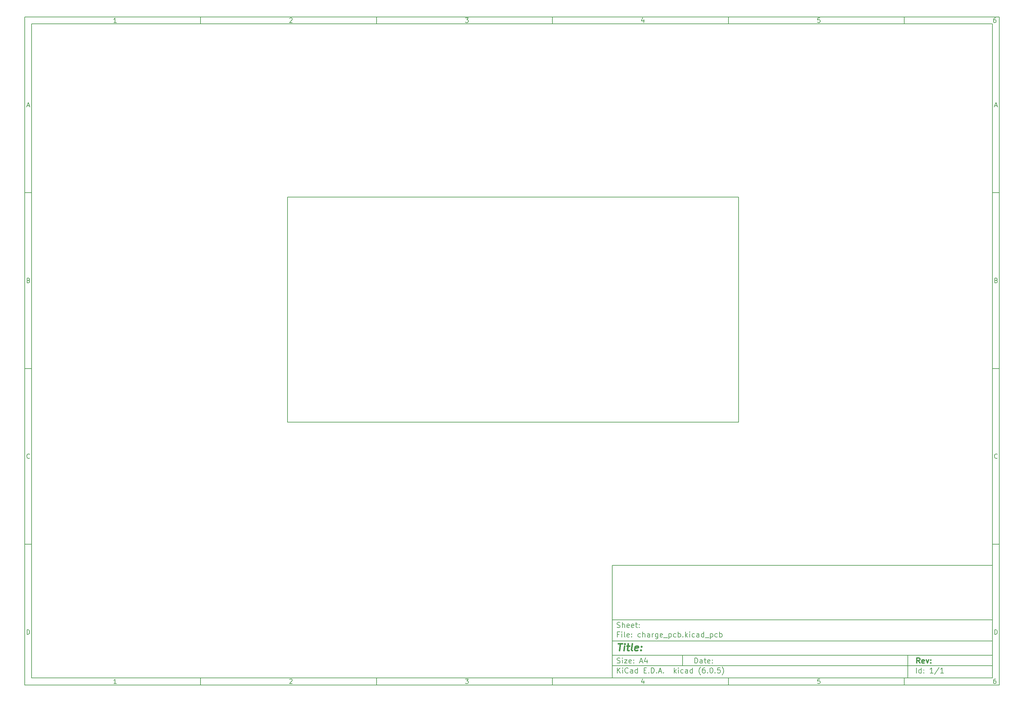
<source format=gm1>
G04 #@! TF.GenerationSoftware,KiCad,Pcbnew,(6.0.5)*
G04 #@! TF.CreationDate,2024-02-08T20:36:08+01:00*
G04 #@! TF.ProjectId,charge_pcb,63686172-6765-45f7-9063-622e6b696361,rev?*
G04 #@! TF.SameCoordinates,Original*
G04 #@! TF.FileFunction,Profile,NP*
%FSLAX46Y46*%
G04 Gerber Fmt 4.6, Leading zero omitted, Abs format (unit mm)*
G04 Created by KiCad (PCBNEW (6.0.5)) date 2024-02-08 20:36:08*
%MOMM*%
%LPD*%
G01*
G04 APERTURE LIST*
%ADD10C,0.100000*%
%ADD11C,0.150000*%
%ADD12C,0.300000*%
%ADD13C,0.400000*%
G04 #@! TA.AperFunction,Profile*
%ADD14C,0.150000*%
G04 #@! TD*
G04 APERTURE END LIST*
D10*
D11*
X177002200Y-166007200D02*
X177002200Y-198007200D01*
X285002200Y-198007200D01*
X285002200Y-166007200D01*
X177002200Y-166007200D01*
D10*
D11*
X10000000Y-10000000D02*
X10000000Y-200007200D01*
X287002200Y-200007200D01*
X287002200Y-10000000D01*
X10000000Y-10000000D01*
D10*
D11*
X12000000Y-12000000D02*
X12000000Y-198007200D01*
X285002200Y-198007200D01*
X285002200Y-12000000D01*
X12000000Y-12000000D01*
D10*
D11*
X60000000Y-12000000D02*
X60000000Y-10000000D01*
D10*
D11*
X110000000Y-12000000D02*
X110000000Y-10000000D01*
D10*
D11*
X160000000Y-12000000D02*
X160000000Y-10000000D01*
D10*
D11*
X210000000Y-12000000D02*
X210000000Y-10000000D01*
D10*
D11*
X260000000Y-12000000D02*
X260000000Y-10000000D01*
D10*
D11*
X36065476Y-11588095D02*
X35322619Y-11588095D01*
X35694047Y-11588095D02*
X35694047Y-10288095D01*
X35570238Y-10473809D01*
X35446428Y-10597619D01*
X35322619Y-10659523D01*
D10*
D11*
X85322619Y-10411904D02*
X85384523Y-10350000D01*
X85508333Y-10288095D01*
X85817857Y-10288095D01*
X85941666Y-10350000D01*
X86003571Y-10411904D01*
X86065476Y-10535714D01*
X86065476Y-10659523D01*
X86003571Y-10845238D01*
X85260714Y-11588095D01*
X86065476Y-11588095D01*
D10*
D11*
X135260714Y-10288095D02*
X136065476Y-10288095D01*
X135632142Y-10783333D01*
X135817857Y-10783333D01*
X135941666Y-10845238D01*
X136003571Y-10907142D01*
X136065476Y-11030952D01*
X136065476Y-11340476D01*
X136003571Y-11464285D01*
X135941666Y-11526190D01*
X135817857Y-11588095D01*
X135446428Y-11588095D01*
X135322619Y-11526190D01*
X135260714Y-11464285D01*
D10*
D11*
X185941666Y-10721428D02*
X185941666Y-11588095D01*
X185632142Y-10226190D02*
X185322619Y-11154761D01*
X186127380Y-11154761D01*
D10*
D11*
X236003571Y-10288095D02*
X235384523Y-10288095D01*
X235322619Y-10907142D01*
X235384523Y-10845238D01*
X235508333Y-10783333D01*
X235817857Y-10783333D01*
X235941666Y-10845238D01*
X236003571Y-10907142D01*
X236065476Y-11030952D01*
X236065476Y-11340476D01*
X236003571Y-11464285D01*
X235941666Y-11526190D01*
X235817857Y-11588095D01*
X235508333Y-11588095D01*
X235384523Y-11526190D01*
X235322619Y-11464285D01*
D10*
D11*
X285941666Y-10288095D02*
X285694047Y-10288095D01*
X285570238Y-10350000D01*
X285508333Y-10411904D01*
X285384523Y-10597619D01*
X285322619Y-10845238D01*
X285322619Y-11340476D01*
X285384523Y-11464285D01*
X285446428Y-11526190D01*
X285570238Y-11588095D01*
X285817857Y-11588095D01*
X285941666Y-11526190D01*
X286003571Y-11464285D01*
X286065476Y-11340476D01*
X286065476Y-11030952D01*
X286003571Y-10907142D01*
X285941666Y-10845238D01*
X285817857Y-10783333D01*
X285570238Y-10783333D01*
X285446428Y-10845238D01*
X285384523Y-10907142D01*
X285322619Y-11030952D01*
D10*
D11*
X60000000Y-198007200D02*
X60000000Y-200007200D01*
D10*
D11*
X110000000Y-198007200D02*
X110000000Y-200007200D01*
D10*
D11*
X160000000Y-198007200D02*
X160000000Y-200007200D01*
D10*
D11*
X210000000Y-198007200D02*
X210000000Y-200007200D01*
D10*
D11*
X260000000Y-198007200D02*
X260000000Y-200007200D01*
D10*
D11*
X36065476Y-199595295D02*
X35322619Y-199595295D01*
X35694047Y-199595295D02*
X35694047Y-198295295D01*
X35570238Y-198481009D01*
X35446428Y-198604819D01*
X35322619Y-198666723D01*
D10*
D11*
X85322619Y-198419104D02*
X85384523Y-198357200D01*
X85508333Y-198295295D01*
X85817857Y-198295295D01*
X85941666Y-198357200D01*
X86003571Y-198419104D01*
X86065476Y-198542914D01*
X86065476Y-198666723D01*
X86003571Y-198852438D01*
X85260714Y-199595295D01*
X86065476Y-199595295D01*
D10*
D11*
X135260714Y-198295295D02*
X136065476Y-198295295D01*
X135632142Y-198790533D01*
X135817857Y-198790533D01*
X135941666Y-198852438D01*
X136003571Y-198914342D01*
X136065476Y-199038152D01*
X136065476Y-199347676D01*
X136003571Y-199471485D01*
X135941666Y-199533390D01*
X135817857Y-199595295D01*
X135446428Y-199595295D01*
X135322619Y-199533390D01*
X135260714Y-199471485D01*
D10*
D11*
X185941666Y-198728628D02*
X185941666Y-199595295D01*
X185632142Y-198233390D02*
X185322619Y-199161961D01*
X186127380Y-199161961D01*
D10*
D11*
X236003571Y-198295295D02*
X235384523Y-198295295D01*
X235322619Y-198914342D01*
X235384523Y-198852438D01*
X235508333Y-198790533D01*
X235817857Y-198790533D01*
X235941666Y-198852438D01*
X236003571Y-198914342D01*
X236065476Y-199038152D01*
X236065476Y-199347676D01*
X236003571Y-199471485D01*
X235941666Y-199533390D01*
X235817857Y-199595295D01*
X235508333Y-199595295D01*
X235384523Y-199533390D01*
X235322619Y-199471485D01*
D10*
D11*
X285941666Y-198295295D02*
X285694047Y-198295295D01*
X285570238Y-198357200D01*
X285508333Y-198419104D01*
X285384523Y-198604819D01*
X285322619Y-198852438D01*
X285322619Y-199347676D01*
X285384523Y-199471485D01*
X285446428Y-199533390D01*
X285570238Y-199595295D01*
X285817857Y-199595295D01*
X285941666Y-199533390D01*
X286003571Y-199471485D01*
X286065476Y-199347676D01*
X286065476Y-199038152D01*
X286003571Y-198914342D01*
X285941666Y-198852438D01*
X285817857Y-198790533D01*
X285570238Y-198790533D01*
X285446428Y-198852438D01*
X285384523Y-198914342D01*
X285322619Y-199038152D01*
D10*
D11*
X10000000Y-60000000D02*
X12000000Y-60000000D01*
D10*
D11*
X10000000Y-110000000D02*
X12000000Y-110000000D01*
D10*
D11*
X10000000Y-160000000D02*
X12000000Y-160000000D01*
D10*
D11*
X10690476Y-35216666D02*
X11309523Y-35216666D01*
X10566666Y-35588095D02*
X11000000Y-34288095D01*
X11433333Y-35588095D01*
D10*
D11*
X11092857Y-84907142D02*
X11278571Y-84969047D01*
X11340476Y-85030952D01*
X11402380Y-85154761D01*
X11402380Y-85340476D01*
X11340476Y-85464285D01*
X11278571Y-85526190D01*
X11154761Y-85588095D01*
X10659523Y-85588095D01*
X10659523Y-84288095D01*
X11092857Y-84288095D01*
X11216666Y-84350000D01*
X11278571Y-84411904D01*
X11340476Y-84535714D01*
X11340476Y-84659523D01*
X11278571Y-84783333D01*
X11216666Y-84845238D01*
X11092857Y-84907142D01*
X10659523Y-84907142D01*
D10*
D11*
X11402380Y-135464285D02*
X11340476Y-135526190D01*
X11154761Y-135588095D01*
X11030952Y-135588095D01*
X10845238Y-135526190D01*
X10721428Y-135402380D01*
X10659523Y-135278571D01*
X10597619Y-135030952D01*
X10597619Y-134845238D01*
X10659523Y-134597619D01*
X10721428Y-134473809D01*
X10845238Y-134350000D01*
X11030952Y-134288095D01*
X11154761Y-134288095D01*
X11340476Y-134350000D01*
X11402380Y-134411904D01*
D10*
D11*
X10659523Y-185588095D02*
X10659523Y-184288095D01*
X10969047Y-184288095D01*
X11154761Y-184350000D01*
X11278571Y-184473809D01*
X11340476Y-184597619D01*
X11402380Y-184845238D01*
X11402380Y-185030952D01*
X11340476Y-185278571D01*
X11278571Y-185402380D01*
X11154761Y-185526190D01*
X10969047Y-185588095D01*
X10659523Y-185588095D01*
D10*
D11*
X287002200Y-60000000D02*
X285002200Y-60000000D01*
D10*
D11*
X287002200Y-110000000D02*
X285002200Y-110000000D01*
D10*
D11*
X287002200Y-160000000D02*
X285002200Y-160000000D01*
D10*
D11*
X285692676Y-35216666D02*
X286311723Y-35216666D01*
X285568866Y-35588095D02*
X286002200Y-34288095D01*
X286435533Y-35588095D01*
D10*
D11*
X286095057Y-84907142D02*
X286280771Y-84969047D01*
X286342676Y-85030952D01*
X286404580Y-85154761D01*
X286404580Y-85340476D01*
X286342676Y-85464285D01*
X286280771Y-85526190D01*
X286156961Y-85588095D01*
X285661723Y-85588095D01*
X285661723Y-84288095D01*
X286095057Y-84288095D01*
X286218866Y-84350000D01*
X286280771Y-84411904D01*
X286342676Y-84535714D01*
X286342676Y-84659523D01*
X286280771Y-84783333D01*
X286218866Y-84845238D01*
X286095057Y-84907142D01*
X285661723Y-84907142D01*
D10*
D11*
X286404580Y-135464285D02*
X286342676Y-135526190D01*
X286156961Y-135588095D01*
X286033152Y-135588095D01*
X285847438Y-135526190D01*
X285723628Y-135402380D01*
X285661723Y-135278571D01*
X285599819Y-135030952D01*
X285599819Y-134845238D01*
X285661723Y-134597619D01*
X285723628Y-134473809D01*
X285847438Y-134350000D01*
X286033152Y-134288095D01*
X286156961Y-134288095D01*
X286342676Y-134350000D01*
X286404580Y-134411904D01*
D10*
D11*
X285661723Y-185588095D02*
X285661723Y-184288095D01*
X285971247Y-184288095D01*
X286156961Y-184350000D01*
X286280771Y-184473809D01*
X286342676Y-184597619D01*
X286404580Y-184845238D01*
X286404580Y-185030952D01*
X286342676Y-185278571D01*
X286280771Y-185402380D01*
X286156961Y-185526190D01*
X285971247Y-185588095D01*
X285661723Y-185588095D01*
D10*
D11*
X200434342Y-193785771D02*
X200434342Y-192285771D01*
X200791485Y-192285771D01*
X201005771Y-192357200D01*
X201148628Y-192500057D01*
X201220057Y-192642914D01*
X201291485Y-192928628D01*
X201291485Y-193142914D01*
X201220057Y-193428628D01*
X201148628Y-193571485D01*
X201005771Y-193714342D01*
X200791485Y-193785771D01*
X200434342Y-193785771D01*
X202577200Y-193785771D02*
X202577200Y-193000057D01*
X202505771Y-192857200D01*
X202362914Y-192785771D01*
X202077200Y-192785771D01*
X201934342Y-192857200D01*
X202577200Y-193714342D02*
X202434342Y-193785771D01*
X202077200Y-193785771D01*
X201934342Y-193714342D01*
X201862914Y-193571485D01*
X201862914Y-193428628D01*
X201934342Y-193285771D01*
X202077200Y-193214342D01*
X202434342Y-193214342D01*
X202577200Y-193142914D01*
X203077200Y-192785771D02*
X203648628Y-192785771D01*
X203291485Y-192285771D02*
X203291485Y-193571485D01*
X203362914Y-193714342D01*
X203505771Y-193785771D01*
X203648628Y-193785771D01*
X204720057Y-193714342D02*
X204577200Y-193785771D01*
X204291485Y-193785771D01*
X204148628Y-193714342D01*
X204077200Y-193571485D01*
X204077200Y-193000057D01*
X204148628Y-192857200D01*
X204291485Y-192785771D01*
X204577200Y-192785771D01*
X204720057Y-192857200D01*
X204791485Y-193000057D01*
X204791485Y-193142914D01*
X204077200Y-193285771D01*
X205434342Y-193642914D02*
X205505771Y-193714342D01*
X205434342Y-193785771D01*
X205362914Y-193714342D01*
X205434342Y-193642914D01*
X205434342Y-193785771D01*
X205434342Y-192857200D02*
X205505771Y-192928628D01*
X205434342Y-193000057D01*
X205362914Y-192928628D01*
X205434342Y-192857200D01*
X205434342Y-193000057D01*
D10*
D11*
X177002200Y-194507200D02*
X285002200Y-194507200D01*
D10*
D11*
X178434342Y-196585771D02*
X178434342Y-195085771D01*
X179291485Y-196585771D02*
X178648628Y-195728628D01*
X179291485Y-195085771D02*
X178434342Y-195942914D01*
X179934342Y-196585771D02*
X179934342Y-195585771D01*
X179934342Y-195085771D02*
X179862914Y-195157200D01*
X179934342Y-195228628D01*
X180005771Y-195157200D01*
X179934342Y-195085771D01*
X179934342Y-195228628D01*
X181505771Y-196442914D02*
X181434342Y-196514342D01*
X181220057Y-196585771D01*
X181077200Y-196585771D01*
X180862914Y-196514342D01*
X180720057Y-196371485D01*
X180648628Y-196228628D01*
X180577200Y-195942914D01*
X180577200Y-195728628D01*
X180648628Y-195442914D01*
X180720057Y-195300057D01*
X180862914Y-195157200D01*
X181077200Y-195085771D01*
X181220057Y-195085771D01*
X181434342Y-195157200D01*
X181505771Y-195228628D01*
X182791485Y-196585771D02*
X182791485Y-195800057D01*
X182720057Y-195657200D01*
X182577200Y-195585771D01*
X182291485Y-195585771D01*
X182148628Y-195657200D01*
X182791485Y-196514342D02*
X182648628Y-196585771D01*
X182291485Y-196585771D01*
X182148628Y-196514342D01*
X182077200Y-196371485D01*
X182077200Y-196228628D01*
X182148628Y-196085771D01*
X182291485Y-196014342D01*
X182648628Y-196014342D01*
X182791485Y-195942914D01*
X184148628Y-196585771D02*
X184148628Y-195085771D01*
X184148628Y-196514342D02*
X184005771Y-196585771D01*
X183720057Y-196585771D01*
X183577200Y-196514342D01*
X183505771Y-196442914D01*
X183434342Y-196300057D01*
X183434342Y-195871485D01*
X183505771Y-195728628D01*
X183577200Y-195657200D01*
X183720057Y-195585771D01*
X184005771Y-195585771D01*
X184148628Y-195657200D01*
X186005771Y-195800057D02*
X186505771Y-195800057D01*
X186720057Y-196585771D02*
X186005771Y-196585771D01*
X186005771Y-195085771D01*
X186720057Y-195085771D01*
X187362914Y-196442914D02*
X187434342Y-196514342D01*
X187362914Y-196585771D01*
X187291485Y-196514342D01*
X187362914Y-196442914D01*
X187362914Y-196585771D01*
X188077200Y-196585771D02*
X188077200Y-195085771D01*
X188434342Y-195085771D01*
X188648628Y-195157200D01*
X188791485Y-195300057D01*
X188862914Y-195442914D01*
X188934342Y-195728628D01*
X188934342Y-195942914D01*
X188862914Y-196228628D01*
X188791485Y-196371485D01*
X188648628Y-196514342D01*
X188434342Y-196585771D01*
X188077200Y-196585771D01*
X189577200Y-196442914D02*
X189648628Y-196514342D01*
X189577200Y-196585771D01*
X189505771Y-196514342D01*
X189577200Y-196442914D01*
X189577200Y-196585771D01*
X190220057Y-196157200D02*
X190934342Y-196157200D01*
X190077200Y-196585771D02*
X190577200Y-195085771D01*
X191077200Y-196585771D01*
X191577200Y-196442914D02*
X191648628Y-196514342D01*
X191577200Y-196585771D01*
X191505771Y-196514342D01*
X191577200Y-196442914D01*
X191577200Y-196585771D01*
X194577200Y-196585771D02*
X194577200Y-195085771D01*
X194720057Y-196014342D02*
X195148628Y-196585771D01*
X195148628Y-195585771D02*
X194577200Y-196157200D01*
X195791485Y-196585771D02*
X195791485Y-195585771D01*
X195791485Y-195085771D02*
X195720057Y-195157200D01*
X195791485Y-195228628D01*
X195862914Y-195157200D01*
X195791485Y-195085771D01*
X195791485Y-195228628D01*
X197148628Y-196514342D02*
X197005771Y-196585771D01*
X196720057Y-196585771D01*
X196577200Y-196514342D01*
X196505771Y-196442914D01*
X196434342Y-196300057D01*
X196434342Y-195871485D01*
X196505771Y-195728628D01*
X196577200Y-195657200D01*
X196720057Y-195585771D01*
X197005771Y-195585771D01*
X197148628Y-195657200D01*
X198434342Y-196585771D02*
X198434342Y-195800057D01*
X198362914Y-195657200D01*
X198220057Y-195585771D01*
X197934342Y-195585771D01*
X197791485Y-195657200D01*
X198434342Y-196514342D02*
X198291485Y-196585771D01*
X197934342Y-196585771D01*
X197791485Y-196514342D01*
X197720057Y-196371485D01*
X197720057Y-196228628D01*
X197791485Y-196085771D01*
X197934342Y-196014342D01*
X198291485Y-196014342D01*
X198434342Y-195942914D01*
X199791485Y-196585771D02*
X199791485Y-195085771D01*
X199791485Y-196514342D02*
X199648628Y-196585771D01*
X199362914Y-196585771D01*
X199220057Y-196514342D01*
X199148628Y-196442914D01*
X199077200Y-196300057D01*
X199077200Y-195871485D01*
X199148628Y-195728628D01*
X199220057Y-195657200D01*
X199362914Y-195585771D01*
X199648628Y-195585771D01*
X199791485Y-195657200D01*
X202077200Y-197157200D02*
X202005771Y-197085771D01*
X201862914Y-196871485D01*
X201791485Y-196728628D01*
X201720057Y-196514342D01*
X201648628Y-196157200D01*
X201648628Y-195871485D01*
X201720057Y-195514342D01*
X201791485Y-195300057D01*
X201862914Y-195157200D01*
X202005771Y-194942914D01*
X202077200Y-194871485D01*
X203291485Y-195085771D02*
X203005771Y-195085771D01*
X202862914Y-195157200D01*
X202791485Y-195228628D01*
X202648628Y-195442914D01*
X202577200Y-195728628D01*
X202577200Y-196300057D01*
X202648628Y-196442914D01*
X202720057Y-196514342D01*
X202862914Y-196585771D01*
X203148628Y-196585771D01*
X203291485Y-196514342D01*
X203362914Y-196442914D01*
X203434342Y-196300057D01*
X203434342Y-195942914D01*
X203362914Y-195800057D01*
X203291485Y-195728628D01*
X203148628Y-195657200D01*
X202862914Y-195657200D01*
X202720057Y-195728628D01*
X202648628Y-195800057D01*
X202577200Y-195942914D01*
X204077200Y-196442914D02*
X204148628Y-196514342D01*
X204077200Y-196585771D01*
X204005771Y-196514342D01*
X204077200Y-196442914D01*
X204077200Y-196585771D01*
X205077200Y-195085771D02*
X205220057Y-195085771D01*
X205362914Y-195157200D01*
X205434342Y-195228628D01*
X205505771Y-195371485D01*
X205577200Y-195657200D01*
X205577200Y-196014342D01*
X205505771Y-196300057D01*
X205434342Y-196442914D01*
X205362914Y-196514342D01*
X205220057Y-196585771D01*
X205077200Y-196585771D01*
X204934342Y-196514342D01*
X204862914Y-196442914D01*
X204791485Y-196300057D01*
X204720057Y-196014342D01*
X204720057Y-195657200D01*
X204791485Y-195371485D01*
X204862914Y-195228628D01*
X204934342Y-195157200D01*
X205077200Y-195085771D01*
X206220057Y-196442914D02*
X206291485Y-196514342D01*
X206220057Y-196585771D01*
X206148628Y-196514342D01*
X206220057Y-196442914D01*
X206220057Y-196585771D01*
X207648628Y-195085771D02*
X206934342Y-195085771D01*
X206862914Y-195800057D01*
X206934342Y-195728628D01*
X207077200Y-195657200D01*
X207434342Y-195657200D01*
X207577200Y-195728628D01*
X207648628Y-195800057D01*
X207720057Y-195942914D01*
X207720057Y-196300057D01*
X207648628Y-196442914D01*
X207577200Y-196514342D01*
X207434342Y-196585771D01*
X207077200Y-196585771D01*
X206934342Y-196514342D01*
X206862914Y-196442914D01*
X208220057Y-197157200D02*
X208291485Y-197085771D01*
X208434342Y-196871485D01*
X208505771Y-196728628D01*
X208577200Y-196514342D01*
X208648628Y-196157200D01*
X208648628Y-195871485D01*
X208577200Y-195514342D01*
X208505771Y-195300057D01*
X208434342Y-195157200D01*
X208291485Y-194942914D01*
X208220057Y-194871485D01*
D10*
D11*
X177002200Y-191507200D02*
X285002200Y-191507200D01*
D10*
D12*
X264411485Y-193785771D02*
X263911485Y-193071485D01*
X263554342Y-193785771D02*
X263554342Y-192285771D01*
X264125771Y-192285771D01*
X264268628Y-192357200D01*
X264340057Y-192428628D01*
X264411485Y-192571485D01*
X264411485Y-192785771D01*
X264340057Y-192928628D01*
X264268628Y-193000057D01*
X264125771Y-193071485D01*
X263554342Y-193071485D01*
X265625771Y-193714342D02*
X265482914Y-193785771D01*
X265197200Y-193785771D01*
X265054342Y-193714342D01*
X264982914Y-193571485D01*
X264982914Y-193000057D01*
X265054342Y-192857200D01*
X265197200Y-192785771D01*
X265482914Y-192785771D01*
X265625771Y-192857200D01*
X265697200Y-193000057D01*
X265697200Y-193142914D01*
X264982914Y-193285771D01*
X266197200Y-192785771D02*
X266554342Y-193785771D01*
X266911485Y-192785771D01*
X267482914Y-193642914D02*
X267554342Y-193714342D01*
X267482914Y-193785771D01*
X267411485Y-193714342D01*
X267482914Y-193642914D01*
X267482914Y-193785771D01*
X267482914Y-192857200D02*
X267554342Y-192928628D01*
X267482914Y-193000057D01*
X267411485Y-192928628D01*
X267482914Y-192857200D01*
X267482914Y-193000057D01*
D10*
D11*
X178362914Y-193714342D02*
X178577200Y-193785771D01*
X178934342Y-193785771D01*
X179077200Y-193714342D01*
X179148628Y-193642914D01*
X179220057Y-193500057D01*
X179220057Y-193357200D01*
X179148628Y-193214342D01*
X179077200Y-193142914D01*
X178934342Y-193071485D01*
X178648628Y-193000057D01*
X178505771Y-192928628D01*
X178434342Y-192857200D01*
X178362914Y-192714342D01*
X178362914Y-192571485D01*
X178434342Y-192428628D01*
X178505771Y-192357200D01*
X178648628Y-192285771D01*
X179005771Y-192285771D01*
X179220057Y-192357200D01*
X179862914Y-193785771D02*
X179862914Y-192785771D01*
X179862914Y-192285771D02*
X179791485Y-192357200D01*
X179862914Y-192428628D01*
X179934342Y-192357200D01*
X179862914Y-192285771D01*
X179862914Y-192428628D01*
X180434342Y-192785771D02*
X181220057Y-192785771D01*
X180434342Y-193785771D01*
X181220057Y-193785771D01*
X182362914Y-193714342D02*
X182220057Y-193785771D01*
X181934342Y-193785771D01*
X181791485Y-193714342D01*
X181720057Y-193571485D01*
X181720057Y-193000057D01*
X181791485Y-192857200D01*
X181934342Y-192785771D01*
X182220057Y-192785771D01*
X182362914Y-192857200D01*
X182434342Y-193000057D01*
X182434342Y-193142914D01*
X181720057Y-193285771D01*
X183077200Y-193642914D02*
X183148628Y-193714342D01*
X183077200Y-193785771D01*
X183005771Y-193714342D01*
X183077200Y-193642914D01*
X183077200Y-193785771D01*
X183077200Y-192857200D02*
X183148628Y-192928628D01*
X183077200Y-193000057D01*
X183005771Y-192928628D01*
X183077200Y-192857200D01*
X183077200Y-193000057D01*
X184862914Y-193357200D02*
X185577200Y-193357200D01*
X184720057Y-193785771D02*
X185220057Y-192285771D01*
X185720057Y-193785771D01*
X186862914Y-192785771D02*
X186862914Y-193785771D01*
X186505771Y-192214342D02*
X186148628Y-193285771D01*
X187077200Y-193285771D01*
D10*
D11*
X263434342Y-196585771D02*
X263434342Y-195085771D01*
X264791485Y-196585771D02*
X264791485Y-195085771D01*
X264791485Y-196514342D02*
X264648628Y-196585771D01*
X264362914Y-196585771D01*
X264220057Y-196514342D01*
X264148628Y-196442914D01*
X264077200Y-196300057D01*
X264077200Y-195871485D01*
X264148628Y-195728628D01*
X264220057Y-195657200D01*
X264362914Y-195585771D01*
X264648628Y-195585771D01*
X264791485Y-195657200D01*
X265505771Y-196442914D02*
X265577200Y-196514342D01*
X265505771Y-196585771D01*
X265434342Y-196514342D01*
X265505771Y-196442914D01*
X265505771Y-196585771D01*
X265505771Y-195657200D02*
X265577200Y-195728628D01*
X265505771Y-195800057D01*
X265434342Y-195728628D01*
X265505771Y-195657200D01*
X265505771Y-195800057D01*
X268148628Y-196585771D02*
X267291485Y-196585771D01*
X267720057Y-196585771D02*
X267720057Y-195085771D01*
X267577200Y-195300057D01*
X267434342Y-195442914D01*
X267291485Y-195514342D01*
X269862914Y-195014342D02*
X268577200Y-196942914D01*
X271148628Y-196585771D02*
X270291485Y-196585771D01*
X270720057Y-196585771D02*
X270720057Y-195085771D01*
X270577200Y-195300057D01*
X270434342Y-195442914D01*
X270291485Y-195514342D01*
D10*
D11*
X177002200Y-187507200D02*
X285002200Y-187507200D01*
D10*
D13*
X178714580Y-188211961D02*
X179857438Y-188211961D01*
X179036009Y-190211961D02*
X179286009Y-188211961D01*
X180274104Y-190211961D02*
X180440771Y-188878628D01*
X180524104Y-188211961D02*
X180416961Y-188307200D01*
X180500295Y-188402438D01*
X180607438Y-188307200D01*
X180524104Y-188211961D01*
X180500295Y-188402438D01*
X181107438Y-188878628D02*
X181869342Y-188878628D01*
X181476485Y-188211961D02*
X181262200Y-189926247D01*
X181333628Y-190116723D01*
X181512200Y-190211961D01*
X181702676Y-190211961D01*
X182655057Y-190211961D02*
X182476485Y-190116723D01*
X182405057Y-189926247D01*
X182619342Y-188211961D01*
X184190771Y-190116723D02*
X183988390Y-190211961D01*
X183607438Y-190211961D01*
X183428866Y-190116723D01*
X183357438Y-189926247D01*
X183452676Y-189164342D01*
X183571723Y-188973866D01*
X183774104Y-188878628D01*
X184155057Y-188878628D01*
X184333628Y-188973866D01*
X184405057Y-189164342D01*
X184381247Y-189354819D01*
X183405057Y-189545295D01*
X185155057Y-190021485D02*
X185238390Y-190116723D01*
X185131247Y-190211961D01*
X185047914Y-190116723D01*
X185155057Y-190021485D01*
X185131247Y-190211961D01*
X185286009Y-188973866D02*
X185369342Y-189069104D01*
X185262200Y-189164342D01*
X185178866Y-189069104D01*
X185286009Y-188973866D01*
X185262200Y-189164342D01*
D10*
D11*
X178934342Y-185600057D02*
X178434342Y-185600057D01*
X178434342Y-186385771D02*
X178434342Y-184885771D01*
X179148628Y-184885771D01*
X179720057Y-186385771D02*
X179720057Y-185385771D01*
X179720057Y-184885771D02*
X179648628Y-184957200D01*
X179720057Y-185028628D01*
X179791485Y-184957200D01*
X179720057Y-184885771D01*
X179720057Y-185028628D01*
X180648628Y-186385771D02*
X180505771Y-186314342D01*
X180434342Y-186171485D01*
X180434342Y-184885771D01*
X181791485Y-186314342D02*
X181648628Y-186385771D01*
X181362914Y-186385771D01*
X181220057Y-186314342D01*
X181148628Y-186171485D01*
X181148628Y-185600057D01*
X181220057Y-185457200D01*
X181362914Y-185385771D01*
X181648628Y-185385771D01*
X181791485Y-185457200D01*
X181862914Y-185600057D01*
X181862914Y-185742914D01*
X181148628Y-185885771D01*
X182505771Y-186242914D02*
X182577200Y-186314342D01*
X182505771Y-186385771D01*
X182434342Y-186314342D01*
X182505771Y-186242914D01*
X182505771Y-186385771D01*
X182505771Y-185457200D02*
X182577200Y-185528628D01*
X182505771Y-185600057D01*
X182434342Y-185528628D01*
X182505771Y-185457200D01*
X182505771Y-185600057D01*
X185005771Y-186314342D02*
X184862914Y-186385771D01*
X184577200Y-186385771D01*
X184434342Y-186314342D01*
X184362914Y-186242914D01*
X184291485Y-186100057D01*
X184291485Y-185671485D01*
X184362914Y-185528628D01*
X184434342Y-185457200D01*
X184577200Y-185385771D01*
X184862914Y-185385771D01*
X185005771Y-185457200D01*
X185648628Y-186385771D02*
X185648628Y-184885771D01*
X186291485Y-186385771D02*
X186291485Y-185600057D01*
X186220057Y-185457200D01*
X186077200Y-185385771D01*
X185862914Y-185385771D01*
X185720057Y-185457200D01*
X185648628Y-185528628D01*
X187648628Y-186385771D02*
X187648628Y-185600057D01*
X187577200Y-185457200D01*
X187434342Y-185385771D01*
X187148628Y-185385771D01*
X187005771Y-185457200D01*
X187648628Y-186314342D02*
X187505771Y-186385771D01*
X187148628Y-186385771D01*
X187005771Y-186314342D01*
X186934342Y-186171485D01*
X186934342Y-186028628D01*
X187005771Y-185885771D01*
X187148628Y-185814342D01*
X187505771Y-185814342D01*
X187648628Y-185742914D01*
X188362914Y-186385771D02*
X188362914Y-185385771D01*
X188362914Y-185671485D02*
X188434342Y-185528628D01*
X188505771Y-185457200D01*
X188648628Y-185385771D01*
X188791485Y-185385771D01*
X189934342Y-185385771D02*
X189934342Y-186600057D01*
X189862914Y-186742914D01*
X189791485Y-186814342D01*
X189648628Y-186885771D01*
X189434342Y-186885771D01*
X189291485Y-186814342D01*
X189934342Y-186314342D02*
X189791485Y-186385771D01*
X189505771Y-186385771D01*
X189362914Y-186314342D01*
X189291485Y-186242914D01*
X189220057Y-186100057D01*
X189220057Y-185671485D01*
X189291485Y-185528628D01*
X189362914Y-185457200D01*
X189505771Y-185385771D01*
X189791485Y-185385771D01*
X189934342Y-185457200D01*
X191220057Y-186314342D02*
X191077200Y-186385771D01*
X190791485Y-186385771D01*
X190648628Y-186314342D01*
X190577200Y-186171485D01*
X190577200Y-185600057D01*
X190648628Y-185457200D01*
X190791485Y-185385771D01*
X191077200Y-185385771D01*
X191220057Y-185457200D01*
X191291485Y-185600057D01*
X191291485Y-185742914D01*
X190577200Y-185885771D01*
X191577200Y-186528628D02*
X192720057Y-186528628D01*
X193077200Y-185385771D02*
X193077200Y-186885771D01*
X193077200Y-185457200D02*
X193220057Y-185385771D01*
X193505771Y-185385771D01*
X193648628Y-185457200D01*
X193720057Y-185528628D01*
X193791485Y-185671485D01*
X193791485Y-186100057D01*
X193720057Y-186242914D01*
X193648628Y-186314342D01*
X193505771Y-186385771D01*
X193220057Y-186385771D01*
X193077200Y-186314342D01*
X195077200Y-186314342D02*
X194934342Y-186385771D01*
X194648628Y-186385771D01*
X194505771Y-186314342D01*
X194434342Y-186242914D01*
X194362914Y-186100057D01*
X194362914Y-185671485D01*
X194434342Y-185528628D01*
X194505771Y-185457200D01*
X194648628Y-185385771D01*
X194934342Y-185385771D01*
X195077200Y-185457200D01*
X195720057Y-186385771D02*
X195720057Y-184885771D01*
X195720057Y-185457200D02*
X195862914Y-185385771D01*
X196148628Y-185385771D01*
X196291485Y-185457200D01*
X196362914Y-185528628D01*
X196434342Y-185671485D01*
X196434342Y-186100057D01*
X196362914Y-186242914D01*
X196291485Y-186314342D01*
X196148628Y-186385771D01*
X195862914Y-186385771D01*
X195720057Y-186314342D01*
X197077200Y-186242914D02*
X197148628Y-186314342D01*
X197077200Y-186385771D01*
X197005771Y-186314342D01*
X197077200Y-186242914D01*
X197077200Y-186385771D01*
X197791485Y-186385771D02*
X197791485Y-184885771D01*
X197934342Y-185814342D02*
X198362914Y-186385771D01*
X198362914Y-185385771D02*
X197791485Y-185957200D01*
X199005771Y-186385771D02*
X199005771Y-185385771D01*
X199005771Y-184885771D02*
X198934342Y-184957200D01*
X199005771Y-185028628D01*
X199077200Y-184957200D01*
X199005771Y-184885771D01*
X199005771Y-185028628D01*
X200362914Y-186314342D02*
X200220057Y-186385771D01*
X199934342Y-186385771D01*
X199791485Y-186314342D01*
X199720057Y-186242914D01*
X199648628Y-186100057D01*
X199648628Y-185671485D01*
X199720057Y-185528628D01*
X199791485Y-185457200D01*
X199934342Y-185385771D01*
X200220057Y-185385771D01*
X200362914Y-185457200D01*
X201648628Y-186385771D02*
X201648628Y-185600057D01*
X201577200Y-185457200D01*
X201434342Y-185385771D01*
X201148628Y-185385771D01*
X201005771Y-185457200D01*
X201648628Y-186314342D02*
X201505771Y-186385771D01*
X201148628Y-186385771D01*
X201005771Y-186314342D01*
X200934342Y-186171485D01*
X200934342Y-186028628D01*
X201005771Y-185885771D01*
X201148628Y-185814342D01*
X201505771Y-185814342D01*
X201648628Y-185742914D01*
X203005771Y-186385771D02*
X203005771Y-184885771D01*
X203005771Y-186314342D02*
X202862914Y-186385771D01*
X202577200Y-186385771D01*
X202434342Y-186314342D01*
X202362914Y-186242914D01*
X202291485Y-186100057D01*
X202291485Y-185671485D01*
X202362914Y-185528628D01*
X202434342Y-185457200D01*
X202577200Y-185385771D01*
X202862914Y-185385771D01*
X203005771Y-185457200D01*
X203362914Y-186528628D02*
X204505771Y-186528628D01*
X204862914Y-185385771D02*
X204862914Y-186885771D01*
X204862914Y-185457200D02*
X205005771Y-185385771D01*
X205291485Y-185385771D01*
X205434342Y-185457200D01*
X205505771Y-185528628D01*
X205577200Y-185671485D01*
X205577200Y-186100057D01*
X205505771Y-186242914D01*
X205434342Y-186314342D01*
X205291485Y-186385771D01*
X205005771Y-186385771D01*
X204862914Y-186314342D01*
X206862914Y-186314342D02*
X206720057Y-186385771D01*
X206434342Y-186385771D01*
X206291485Y-186314342D01*
X206220057Y-186242914D01*
X206148628Y-186100057D01*
X206148628Y-185671485D01*
X206220057Y-185528628D01*
X206291485Y-185457200D01*
X206434342Y-185385771D01*
X206720057Y-185385771D01*
X206862914Y-185457200D01*
X207505771Y-186385771D02*
X207505771Y-184885771D01*
X207505771Y-185457200D02*
X207648628Y-185385771D01*
X207934342Y-185385771D01*
X208077200Y-185457200D01*
X208148628Y-185528628D01*
X208220057Y-185671485D01*
X208220057Y-186100057D01*
X208148628Y-186242914D01*
X208077200Y-186314342D01*
X207934342Y-186385771D01*
X207648628Y-186385771D01*
X207505771Y-186314342D01*
D10*
D11*
X177002200Y-181507200D02*
X285002200Y-181507200D01*
D10*
D11*
X178362914Y-183614342D02*
X178577200Y-183685771D01*
X178934342Y-183685771D01*
X179077200Y-183614342D01*
X179148628Y-183542914D01*
X179220057Y-183400057D01*
X179220057Y-183257200D01*
X179148628Y-183114342D01*
X179077200Y-183042914D01*
X178934342Y-182971485D01*
X178648628Y-182900057D01*
X178505771Y-182828628D01*
X178434342Y-182757200D01*
X178362914Y-182614342D01*
X178362914Y-182471485D01*
X178434342Y-182328628D01*
X178505771Y-182257200D01*
X178648628Y-182185771D01*
X179005771Y-182185771D01*
X179220057Y-182257200D01*
X179862914Y-183685771D02*
X179862914Y-182185771D01*
X180505771Y-183685771D02*
X180505771Y-182900057D01*
X180434342Y-182757200D01*
X180291485Y-182685771D01*
X180077200Y-182685771D01*
X179934342Y-182757200D01*
X179862914Y-182828628D01*
X181791485Y-183614342D02*
X181648628Y-183685771D01*
X181362914Y-183685771D01*
X181220057Y-183614342D01*
X181148628Y-183471485D01*
X181148628Y-182900057D01*
X181220057Y-182757200D01*
X181362914Y-182685771D01*
X181648628Y-182685771D01*
X181791485Y-182757200D01*
X181862914Y-182900057D01*
X181862914Y-183042914D01*
X181148628Y-183185771D01*
X183077200Y-183614342D02*
X182934342Y-183685771D01*
X182648628Y-183685771D01*
X182505771Y-183614342D01*
X182434342Y-183471485D01*
X182434342Y-182900057D01*
X182505771Y-182757200D01*
X182648628Y-182685771D01*
X182934342Y-182685771D01*
X183077200Y-182757200D01*
X183148628Y-182900057D01*
X183148628Y-183042914D01*
X182434342Y-183185771D01*
X183577200Y-182685771D02*
X184148628Y-182685771D01*
X183791485Y-182185771D02*
X183791485Y-183471485D01*
X183862914Y-183614342D01*
X184005771Y-183685771D01*
X184148628Y-183685771D01*
X184648628Y-183542914D02*
X184720057Y-183614342D01*
X184648628Y-183685771D01*
X184577200Y-183614342D01*
X184648628Y-183542914D01*
X184648628Y-183685771D01*
X184648628Y-182757200D02*
X184720057Y-182828628D01*
X184648628Y-182900057D01*
X184577200Y-182828628D01*
X184648628Y-182757200D01*
X184648628Y-182900057D01*
D10*
D12*
D10*
D11*
D10*
D11*
D10*
D11*
D10*
D11*
D10*
D11*
X197002200Y-191507200D02*
X197002200Y-194507200D01*
D10*
D11*
X261002200Y-191507200D02*
X261002200Y-198007200D01*
D14*
X84709000Y-125217000D02*
X212852000Y-125217000D01*
X212852000Y-125217000D02*
X212852000Y-61217000D01*
X84709000Y-61217000D02*
X84709000Y-125217000D01*
X212852000Y-61217000D02*
X84709000Y-61217000D01*
M02*

</source>
